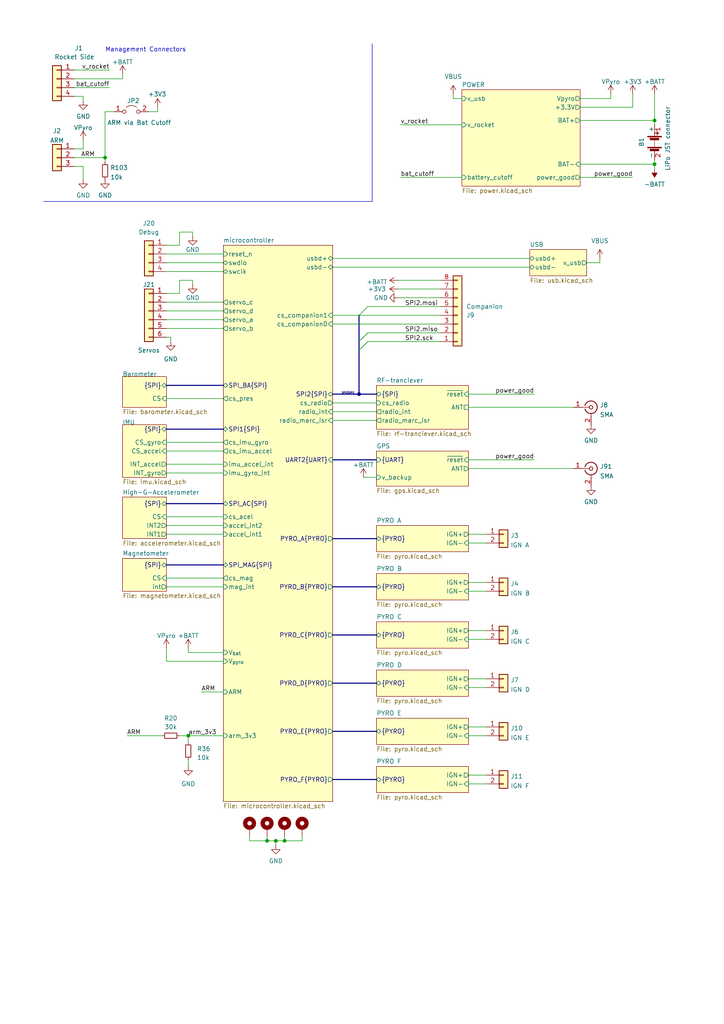
<source format=kicad_sch>
(kicad_sch (version 20231120) (generator "eeschema") (generator_version "8.0")
  (paper "A4" portrait)
  (title_block (title "TeleSTERN Rocketry Flight Computer") (date "2024-07-31") (rev "2.2") (company "Space Team Aachen - STAR Dresden - Hochschule Bremen") (comment 1 "Based on Telemega 5.0 by Altusmetrum") (comment 2 "TAPR Open Hardware License"))
  (lib_symbols
    (symbol "Connector:Conn_Coaxial" (pin_names (offset 1.016) hide)
      (property "Reference" "J" (at 0.254 3.048 0))
      (property "Value" "Conn_Coaxial" (at 2.921 0 90))
      (symbol "Conn_Coaxial_0_1"
        (arc (start -1.778 -0.508) (mid 0.222 -1.808) (end 1.778 0) (stroke (width 0.254)))
        (polyline (pts (xy -2.54 0) (xy -0.508 0)))
        (polyline (pts (xy 0 -2.54) (xy 0 -1.778)))
        (circle (center 0 0) (radius 0.508) (stroke (width 0.2032)))
        (arc (start 1.778 0) (mid 0.222 1.8083) (end -1.778 0.508) (stroke (width 0.254)))
      )
      (symbol "Conn_Coaxial_1_1"
        (pin passive line (at -5.08 0 0) (length 2.54) (name "In") (number "1"))
        (pin passive line (at 0 -5.08 90) (length 2.54) (name "Ext") (number "2"))
      )
    )
    (symbol "Connector_Generic:Conn_01x02" (pin_names (offset 1.016) hide)
      (property "Reference" "J" (at 0 2.54 0))
      (property "Value" "Conn_01x02" (at 0 -5.08 0))
      (symbol "Conn_01x02_1_1"
        (rectangle (start -1.27 -2.413) (end 0 -2.667) (stroke (width 0.1524)))
        (rectangle (start -1.27 0.127) (end 0 -0.127) (stroke (width 0.1524)))
        (rectangle (start -1.27 1.27) (end 1.27 -3.81) (stroke (width 0.254)) (fill (type background)))
        (pin passive line (at -5.08 0 0) (length 3.81) (name "Pin_1") (number "1"))
        (pin passive line (at -5.08 -2.54 0) (length 3.81) (name "Pin_2") (number "2"))
      )
    )
    (symbol "Connector_Generic:Conn_01x03" (pin_names (offset 1.016) hide)
      (property "Reference" "J" (at 0 5.08 0))
      (property "Value" "Conn_01x03" (at 0 -5.08 0))
      (symbol "Conn_01x03_1_1"
        (rectangle (start -1.27 -2.413) (end 0 -2.667) (stroke (width 0.1524)))
        (rectangle (start -1.27 0.127) (end 0 -0.127) (stroke (width 0.1524)))
        (rectangle (start -1.27 2.667) (end 0 2.413) (stroke (width 0.1524)))
        (rectangle (start -1.27 3.81) (end 1.27 -3.81) (stroke (width 0.254)) (fill (type background)))
        (pin passive line (at -5.08 2.54 0) (length 3.81) (name "Pin_1") (number "1"))
        (pin passive line (at -5.08 0 0) (length 3.81) (name "Pin_2") (number "2"))
        (pin passive line (at -5.08 -2.54 0) (length 3.81) (name "Pin_3") (number "3"))
      )
    )
    (symbol "Connector_Generic:Conn_01x04" (pin_names (offset 1.016) hide)
      (property "Reference" "J" (at 0 5.08 0))
      (property "Value" "Conn_01x04" (at 0 -7.62 0))
      (symbol "Conn_01x04_1_1"
        (rectangle (start -1.27 -4.953) (end 0 -5.207) (stroke (width 0.1524)))
        (rectangle (start -1.27 -2.413) (end 0 -2.667) (stroke (width 0.1524)))
        (rectangle (start -1.27 0.127) (end 0 -0.127) (stroke (width 0.1524)))
        (rectangle (start -1.27 2.667) (end 0 2.413) (stroke (width 0.1524)))
        (rectangle (start -1.27 3.81) (end 1.27 -6.35) (stroke (width 0.254)) (fill (type background)))
        (pin passive line (at -5.08 2.54 0) (length 3.81) (name "Pin_1") (number "1"))
        (pin passive line (at -5.08 0 0) (length 3.81) (name "Pin_2") (number "2"))
        (pin passive line (at -5.08 -2.54 0) (length 3.81) (name "Pin_3") (number "3"))
        (pin passive line (at -5.08 -5.08 0) (length 3.81) (name "Pin_4") (number "4"))
      )
    )
    (symbol "Connector_Generic:Conn_01x06" (pin_names (offset 1.016) hide)
      (property "Reference" "J" (at 0 7.62 0))
      (property "Value" "Conn_01x06" (at 0 -10.16 0))
      (symbol "Conn_01x06_1_1"
        (rectangle (start -1.27 -7.493) (end 0 -7.747) (stroke (width 0.1524)))
        (rectangle (start -1.27 -4.953) (end 0 -5.207) (stroke (width 0.1524)))
        (rectangle (start -1.27 -2.413) (end 0 -2.667) (stroke (width 0.1524)))
        (rectangle (start -1.27 0.127) (end 0 -0.127) (stroke (width 0.1524)))
        (rectangle (start -1.27 2.667) (end 0 2.413) (stroke (width 0.1524)))
        (rectangle (start -1.27 5.207) (end 0 4.953) (stroke (width 0.1524)))
        (rectangle (start -1.27 6.35) (end 1.27 -8.89) (stroke (width 0.254)) (fill (type background)))
        (pin passive line (at -5.08 5.08 0) (length 3.81) (name "Pin_1") (number "1"))
        (pin passive line (at -5.08 2.54 0) (length 3.81) (name "Pin_2") (number "2"))
        (pin passive line (at -5.08 0 0) (length 3.81) (name "Pin_3") (number "3"))
        (pin passive line (at -5.08 -2.54 0) (length 3.81) (name "Pin_4") (number "4"))
        (pin passive line (at -5.08 -5.08 0) (length 3.81) (name "Pin_5") (number "5"))
        (pin passive line (at -5.08 -7.62 0) (length 3.81) (name "Pin_6") (number "6"))
      )
    )
    (symbol "Connector_Generic:Conn_01x08" (pin_names (offset 1.016) hide)
      (property "Reference" "J" (at 0 10.16 0))
      (property "Value" "Conn_01x08" (at 0 -12.7 0))
      (symbol "Conn_01x08_1_1"
        (rectangle (start -1.27 -10.033) (end 0 -10.287) (stroke (width 0.1524)))
        (rectangle (start -1.27 -7.493) (end 0 -7.747) (stroke (width 0.1524)))
        (rectangle (start -1.27 -4.953) (end 0 -5.207) (stroke (width 0.1524)))
        (rectangle (start -1.27 -2.413) (end 0 -2.667) (stroke (width 0.1524)))
        (rectangle (start -1.27 0.127) (end 0 -0.127) (stroke (width 0.1524)))
        (rectangle (start -1.27 2.667) (end 0 2.413) (stroke (width 0.1524)))
        (rectangle (start -1.27 5.207) (end 0 4.953) (stroke (width 0.1524)))
        (rectangle (start -1.27 7.747) (end 0 7.493) (stroke (width 0.1524)))
        (rectangle (start -1.27 8.89) (end 1.27 -11.43) (stroke (width 0.254)) (fill (type background)))
        (pin passive line (at -5.08 7.62 0) (length 3.81) (name "Pin_1") (number "1"))
        (pin passive line (at -5.08 5.08 0) (length 3.81) (name "Pin_2") (number "2"))
        (pin passive line (at -5.08 2.54 0) (length 3.81) (name "Pin_3") (number "3"))
        (pin passive line (at -5.08 0 0) (length 3.81) (name "Pin_4") (number "4"))
        (pin passive line (at -5.08 -2.54 0) (length 3.81) (name "Pin_5") (number "5"))
        (pin passive line (at -5.08 -5.08 0) (length 3.81) (name "Pin_6") (number "6"))
        (pin passive line (at -5.08 -7.62 0) (length 3.81) (name "Pin_7") (number "7"))
        (pin passive line (at -5.08 -10.16 0) (length 3.81) (name "Pin_8") (number "8"))
      )
    )
    (symbol "Device:Battery" (pin_names (offset 0))
      (property "Reference" "BT" (at 2.54 2.54 0))
      (property "Value" "Battery" (at 2.54 0 0))
      (symbol "Battery_0_1"
        (rectangle (start -2.032 -1.397) (end 2.032 -1.651) (fill (type outline)))
        (rectangle (start -2.032 1.778) (end 2.032 1.524) (fill (type outline)))
        (rectangle (start -1.3208 -1.9812) (end 1.27 -2.4892) (fill (type outline)))
        (rectangle (start -1.3208 1.1938) (end 1.27 0.6858) (fill (type outline)))
        (polyline (pts (xy 0 -1.524) (xy 0 -1.27)))
        (polyline (pts (xy 0 -1.016) (xy 0 -0.762)))
        (polyline (pts (xy 0 -0.508) (xy 0 -0.254)))
        (polyline (pts (xy 0 0) (xy 0 0.254)))
        (polyline (pts (xy 0 0.508) (xy 0 0.762)))
        (polyline (pts (xy 0 1.778) (xy 0 2.54)))
        (polyline (pts (xy 0.254 2.667) (xy 1.27 2.667)) (stroke (width 0.254)))
        (polyline (pts (xy 0.762 3.175) (xy 0.762 2.159)) (stroke (width 0.254)))
      )
      (symbol "Battery_1_1"
        (pin passive line (at 0 5.08 270) (length 2.54) (name "+") (number "1"))
        (pin passive line (at 0 -5.08 90) (length 2.54) (name "-") (number "2"))
      )
    )
    (symbol "Device:R_Small" (pin_numbers hide) (pin_names (offset 0.254) hide)
      (property "Reference" "R" (at 0.762 0.508 0))
      (property "Value" "R_Small" (at 0.762 -1.016 0))
      (symbol "R_Small_0_1"
        (rectangle (start -0.762 1.778) (end 0.762 -1.778) (stroke (width 0.2032)))
      )
      (symbol "R_Small_1_1"
        (pin passive line (at 0 2.54 270) (length 0.762) (name "~") (number "1"))
        (pin passive line (at 0 -2.54 90) (length 0.762) (name "~") (number "2"))
      )
    )
    (symbol "GND_1" (power) (pin_names (offset 0))
      (property "Value" "GND_1" (at 0 -3.81 0))
      (symbol "GND_1_0_1"
        (polyline (pts (xy 0 0) (xy 0 -1.27) (xy 1.27 -1.27) (xy 0 -2.54) (xy -1.27 -1.27) (xy 0 -1.27)))
      )
      (symbol "GND_1_1_1"
        (pin power_in line (at 0 0 270) (length 0) hide (name "GND") (number "1"))
      )
    )
    (symbol "Jumper:Jumper_2_Open" (pin_names (offset 0) hide)
      (property "Reference" "JP" (at 0 2.794 0))
      (property "Value" "Jumper_2_Open" (at 0 -2.286 0))
      (symbol "Jumper_2_Open_0_0"
        (circle (center -2.032 0) (radius 0.508))
        (circle (center 2.032 0) (radius 0.508))
      )
      (symbol "Jumper_2_Open_0_1"
        (arc (start 1.524 1.27) (mid 0 1.778) (end -1.524 1.27))
      )
      (symbol "Jumper_2_Open_1_1"
        (pin passive line (at -5.08 0 0) (length 2.54) (name "A") (number "1"))
        (pin passive line (at 5.08 0 180) (length 2.54) (name "B") (number "2"))
      )
    )
    (symbol "Mechanical:MountingHole_Pad" (pin_numbers hide) (pin_names (offset 1.016) hide)
      (property "Reference" "H" (at 0 6.35 0))
      (property "Value" "MountingHole_Pad" (at 0 4.445 0))
      (symbol "MountingHole_Pad_0_1"
        (circle (center 0 1.27) (radius 1.27) (stroke (width 1.27)))
      )
      (symbol "MountingHole_Pad_1_1"
        (pin input line (at 0 -2.54 90) (length 2.54) (name "1") (number "1"))
      )
    )
    (symbol "lib-telestern:VPyro" (power) (in_bom no) (on_board no)
      (property "Value" "VPyro" (at 0 2.54 0))
      (symbol "VPyro_0_1"
        (polyline (pts (xy -0.762 0) (xy 0 1.27)))
        (polyline (pts (xy 0 -1.27) (xy 0 1.27)))
        (polyline (pts (xy 0 1.27) (xy 0.762 0)))
      )
      (symbol "VPyro_1_1"
        (pin power_in line (at 0 -1.27 90) (length 2.54) hide (name "VPyro") (number "1"))
      )
    )
    (symbol "power:+3.3V" (power) (pin_names (offset 0))
      (property "Value" "+3.3V" (at 0 3.556 0))
      (symbol "+3.3V_0_1"
        (polyline (pts (xy -0.762 1.27) (xy 0 2.54)))
        (polyline (pts (xy 0 0) (xy 0 2.54)))
        (polyline (pts (xy 0 2.54) (xy 0.762 1.27)))
      )
      (symbol "+3.3V_1_1"
        (pin power_in line (at 0 0 90) (length 0) hide (name "+3V3") (number "1"))
      )
    )
    (symbol "power:+BATT" (power) (pin_names (offset 0))
      (property "Value" "+BATT" (at 0 3.556 0))
      (symbol "+BATT_0_1"
        (polyline (pts (xy -0.762 1.27) (xy 0 2.54)))
        (polyline (pts (xy 0 0) (xy 0 2.54)))
        (polyline (pts (xy 0 2.54) (xy 0.762 1.27)))
      )
      (symbol "+BATT_1_1"
        (pin power_in line (at 0 0 90) (length 0) hide (name "+BATT") (number "1"))
      )
    )
    (symbol "power:-BATT" (power) (pin_names (offset 0))
      (property "Value" "-BATT" (at 0 3.556 0))
      (symbol "-BATT_0_1"
        (polyline (pts (xy 0 0) (xy 0 2.54)))
        (polyline (pts (xy 0.762 1.27) (xy -0.762 1.27) (xy 0 2.54) (xy 0.762 1.27)) (fill (type outline)))
      )
      (symbol "-BATT_1_1"
        (pin power_in line (at 0 0 90) (length 0) hide (name "-BATT") (number "1"))
      )
    )
    (symbol "power:GND" (power) (pin_names (offset 0))
      (property "Value" "GND" (at 0 -3.81 0))
      (symbol "GND_0_1"
        (polyline (pts (xy 0 0) (xy 0 -1.27) (xy 1.27 -1.27) (xy 0 -2.54) (xy -1.27 -1.27) (xy 0 -1.27)))
      )
      (symbol "GND_1_1"
        (pin power_in line (at 0 0 270) (length 0) hide (name "GND") (number "1"))
      )
    )
    (symbol "power:VBUS" (power) (pin_names (offset 0))
      (property "Value" "VBUS" (at 0 3.81 0))
      (symbol "VBUS_0_1"
        (polyline (pts (xy -0.762 1.27) (xy 0 2.54)))
        (polyline (pts (xy 0 0) (xy 0 2.54)))
        (polyline (pts (xy 0 2.54) (xy 0.762 1.27)))
      )
      (symbol "VBUS_1_1"
        (pin power_in line (at 0 0 90) (length 0) hide (name "VBUS") (number "1"))
      )
    )
  )
  (bus_alias "PYRO" (members "arm" "fire" "sense" "cap_voltage" "short"))
  (bus_alias "PYRO-alt" (members "ARM" "FIRE" "SENSE"))
  (bus_alias "SPI" (members "miso" "mosi" "sck"))
  (bus_alias "UART" (members "tx" "rx"))
  (junction (at 77.47 243.84))
  (junction (at 189.865 34.925))
  (junction (at 82.55 243.84))
  (junction (at 54.61 213.36))
  (junction (at 80.01 243.84))
  (junction (at 104.14 114.3))
  (junction (at 189.865 47.625))
  (junction (at 30.48 45.72))
  (bus_entry (at 104.14 101.6) (size 2.54 -2.54))
  (bus_entry (at 104.14 99.06) (size 2.54 -2.54))
  (bus_entry (at 104.14 99.06) (size 2.54 -2.54))
  (bus_entry (at 104.14 101.6) (size 2.54 -2.54))
  (bus_entry (at 104.14 91.44) (size 2.54 -2.54))
  (wire (pts (xy 21.59 27.94) (xy 24.13 27.94)))
  (bus (pts (xy 48.26 163.83) (xy 64.77 163.83)))
  (wire (pts (xy 52.07 81.28) (xy 55.88 81.28)))
  (wire (pts (xy 48.26 90.17) (xy 64.77 90.17)))
  (wire (pts (xy 48.26 191.77) (xy 64.77 191.77)))
  (wire (pts (xy 48.26 137.16) (xy 64.77 137.16)))
  (wire (pts (xy 115.57 81.28) (xy 127.635 81.28)))
  (wire (pts (xy 52.07 71.12) (xy 52.07 67.31)))
  (wire (pts (xy 115.57 83.82) (xy 127.635 83.82)))
  (wire (pts (xy 54.61 189.23) (xy 64.77 189.23)))
  (wire (pts (xy 48.26 73.66) (xy 64.77 73.66)))
  (wire (pts (xy 45.72 32.385) (xy 43.18 32.385)))
  (wire (pts (xy 55.88 67.31) (xy 55.88 68.58)))
  (wire (pts (xy 189.865 47.625) (xy 189.865 48.895)))
  (wire (pts (xy 21.59 22.86) (xy 35.56 22.86)))
  (wire (pts (xy 131.445 28.575) (xy 133.985 28.575)))
  (wire (pts (xy 48.26 95.25) (xy 64.77 95.25)))
  (wire (pts (xy 135.89 118.11) (xy 166.37 118.11)))
  (wire (pts (xy 24.13 27.94) (xy 24.13 29.21)))
  (wire (pts (xy 116.205 36.195) (xy 133.985 36.195)))
  (wire (pts (xy 30.48 32.385) (xy 30.48 45.72)))
  (wire (pts (xy 135.89 133.35) (xy 154.94 133.35)))
  (wire (pts (xy 54.61 213.36) (xy 64.77 213.36)))
  (wire (pts (xy 33.02 32.385) (xy 30.48 32.385)))
  (wire (pts (xy 135.89 114.3) (xy 154.94 114.3)))
  (wire (pts (xy 52.07 67.31) (xy 55.88 67.31)))
  (wire (pts (xy 52.07 85.09) (xy 52.07 81.28)))
  (wire (pts (xy 115.57 86.36) (xy 127.635 86.36)))
  (bus (pts (xy 104.14 91.44) (xy 104.14 99.06)))
  (wire (pts (xy 45.72 31.115) (xy 45.72 32.385)))
  (wire (pts (xy 96.52 119.38) (xy 109.22 119.38)))
  (bus (pts (xy 96.52 156.21) (xy 109.22 156.21)))
  (wire (pts (xy 135.89 157.48) (xy 140.97 157.48)))
  (wire (pts (xy 131.445 27.305) (xy 131.445 28.575)))
  (wire (pts (xy 96.52 93.98) (xy 127.635 93.98)))
  (bus (pts (xy 48.26 124.46) (xy 64.77 124.46)))
  (wire (pts (xy 96.52 116.84) (xy 109.22 116.84)))
  (wire (pts (xy 170.18 76.2) (xy 173.99 76.2)))
  (wire (pts (xy 135.89 171.45) (xy 140.97 171.45)))
  (wire (pts (xy 135.89 210.82) (xy 140.97 210.82)))
  (wire (pts (xy 48.26 154.94) (xy 64.77 154.94)))
  (wire (pts (xy 30.48 45.72) (xy 30.48 46.99)))
  (wire (pts (xy 135.89 227.33) (xy 140.97 227.33)))
  (wire (pts (xy 58.42 200.66) (xy 64.77 200.66)))
  (wire (pts (xy 48.26 152.4) (xy 64.77 152.4)))
  (wire (pts (xy 153.67 74.93) (xy 96.52 74.93)))
  (bus (pts (xy 96.52 212.09) (xy 109.22 212.09)))
  (wire (pts (xy 189.865 36.195) (xy 189.865 34.925)))
  (wire (pts (xy 31.75 20.32) (xy 21.59 20.32)))
  (wire (pts (xy 72.39 243.84) (xy 77.47 243.84)))
  (wire (pts (xy 173.99 74.93) (xy 173.99 76.2)))
  (bus (pts (xy 96.52 170.18) (xy 109.22 170.18)))
  (wire (pts (xy 21.59 25.4) (xy 31.75 25.4)))
  (bus (pts (xy 96.52 114.3) (xy 104.14 114.3)))
  (wire (pts (xy 48.26 78.74) (xy 64.77 78.74)))
  (wire (pts (xy 168.275 31.115) (xy 183.515 31.115)))
  (wire (pts (xy 77.47 243.84) (xy 80.01 243.84)))
  (wire (pts (xy 36.83 213.36) (xy 46.99 213.36)))
  (wire (pts (xy 48.26 92.71) (xy 64.77 92.71)))
  (wire (pts (xy 168.275 34.925) (xy 189.865 34.925)))
  (wire (pts (xy 82.55 242.57) (xy 82.55 243.84)))
  (bus (pts (xy 104.14 114.3) (xy 109.22 114.3)))
  (wire (pts (xy 54.61 220.345) (xy 54.61 222.25)))
  (wire (pts (xy 135.89 196.85) (xy 140.97 196.85)))
  (wire (pts (xy 135.89 154.94) (xy 140.97 154.94)))
  (wire (pts (xy 96.52 91.44) (xy 104.14 91.44)))
  (wire (pts (xy 24.13 40.64) (xy 24.13 43.18)))
  (wire (pts (xy 153.67 77.47) (xy 96.52 77.47)))
  (wire (pts (xy 48.26 187.96) (xy 48.26 191.77)))
  (wire (pts (xy 177.165 27.305) (xy 177.165 28.575)))
  (polyline (pts (xy 107.95 12.7) (xy 107.95 58.42)))
  (bus (pts (xy 104.14 101.6) (xy 104.14 114.3)))
  (wire (pts (xy 168.275 51.435) (xy 183.515 51.435)))
  (wire (pts (xy 189.865 34.925) (xy 189.865 27.305)))
  (wire (pts (xy 116.205 51.435) (xy 133.985 51.435)))
  (wire (pts (xy 48.26 71.12) (xy 52.07 71.12)))
  (wire (pts (xy 135.89 199.39) (xy 140.97 199.39)))
  (wire (pts (xy 80.01 243.84) (xy 82.55 243.84)))
  (wire (pts (xy 52.07 213.36) (xy 54.61 213.36)))
  (bus (pts (xy 96.52 184.15) (xy 109.22 184.15)))
  (wire (pts (xy 82.55 243.84) (xy 87.63 243.84)))
  (wire (pts (xy 96.52 121.92) (xy 109.22 121.92)))
  (wire (pts (xy 87.63 243.84) (xy 87.63 242.57)))
  (bus (pts (xy 48.26 146.05) (xy 64.77 146.05)))
  (wire (pts (xy 48.26 115.57) (xy 64.77 115.57)))
  (wire (pts (xy 72.39 242.57) (xy 72.39 243.84)))
  (wire (pts (xy 80.01 243.84) (xy 80.01 245.11)))
  (wire (pts (xy 24.13 43.18) (xy 21.59 43.18)))
  (wire (pts (xy 48.26 170.18) (xy 64.77 170.18)))
  (wire (pts (xy 135.89 185.42) (xy 140.97 185.42)))
  (wire (pts (xy 48.26 128.27) (xy 64.77 128.27)))
  (wire (pts (xy 54.61 213.36) (xy 54.61 215.265)))
  (wire (pts (xy 106.68 99.06) (xy 127.635 99.06)))
  (wire (pts (xy 105.41 138.43) (xy 109.22 138.43)))
  (wire (pts (xy 135.89 213.36) (xy 140.97 213.36)))
  (wire (pts (xy 183.515 27.305) (xy 183.515 31.115)))
  (wire (pts (xy 48.26 130.81) (xy 64.77 130.81)))
  (bus (pts (xy 96.52 133.35) (xy 109.22 133.35)))
  (wire (pts (xy 49.53 97.79) (xy 49.53 99.06)))
  (wire (pts (xy 189.865 46.355) (xy 189.865 47.625)))
  (wire (pts (xy 48.26 97.79) (xy 49.53 97.79)))
  (wire (pts (xy 35.56 21.59) (xy 35.56 22.86)))
  (wire (pts (xy 48.26 149.86) (xy 64.77 149.86)))
  (polyline (pts (xy 12.7 58.42) (xy 107.95 58.42)))
  (wire (pts (xy 48.26 85.09) (xy 52.07 85.09)))
  (wire (pts (xy 55.88 81.28) (xy 55.88 82.55)))
  (wire (pts (xy 48.26 167.64) (xy 64.77 167.64)))
  (bus (pts (xy 96.52 226.06) (xy 109.22 226.06)))
  (wire (pts (xy 21.59 48.26) (xy 24.13 48.26)))
  (wire (pts (xy 48.26 87.63) (xy 64.77 87.63)))
  (wire (pts (xy 54.61 187.96) (xy 54.61 189.23)))
  (bus (pts (xy 96.52 198.12) (xy 109.22 198.12)))
  (wire (pts (xy 106.68 88.9) (xy 127.635 88.9)))
  (wire (pts (xy 104.14 91.44) (xy 127.635 91.44)))
  (wire (pts (xy 135.89 168.91) (xy 140.97 168.91)))
  (wire (pts (xy 48.26 134.62) (xy 64.77 134.62)))
  (wire (pts (xy 135.89 224.79) (xy 140.97 224.79)))
  (wire (pts (xy 135.89 182.88) (xy 140.97 182.88)))
  (wire (pts (xy 77.47 242.57) (xy 77.47 243.84)))
  (wire (pts (xy 135.89 135.89) (xy 166.37 135.89)))
  (wire (pts (xy 106.68 96.52) (xy 127.635 96.52)))
  (bus (pts (xy 104.14 99.06) (xy 104.14 101.6)))
  (wire (pts (xy 48.26 76.2) (xy 64.77 76.2)))
  (wire (pts (xy 21.59 45.72) (xy 30.48 45.72)))
  (bus (pts (xy 48.26 111.76) (xy 64.77 111.76)))
  (wire (pts (xy 168.275 47.625) (xy 189.865 47.625)))
  (wire (pts (xy 24.13 48.26) (xy 24.13 52.07)))
  (wire (pts (xy 168.275 28.575) (xy 177.165 28.575)))
  (text "Management Connectors" (at 30.48 15.24 0) (effects (font (size 1.27 1.27)) (justify left bottom)))
  (label "SPI2.miso" (at 117.475 96.52 0))
  (label "v_rocket" (at 31.75 20.32 180))
  (label "SPI2.sck" (at 117.475 99.06 0))
  (label "power_good" (at 154.94 133.35 180))
  (label "SPI2.mosi" (at 117.475 88.9 0))
  (label "bat_cutoff" (at 116.205 51.435 0))
  (label "power_good" (at 183.515 51.435 180))
  (label "ARM" (at 58.42 200.66 0))
  (label "ARM" (at 23.495 45.72 0))
  (label "arm_3v3" (at 54.61 213.36 0))
  (label "bat_cutoff" (at 31.75 25.4 180))
  (label "v_rocket" (at 116.205 36.195 0))
  (label "SPI2{SPI}" (at 99.06 114.3 0) (effects (font (size 0.508 0.508))))
  (label "ARM" (at 36.83 213.36 0))
  (label "power_good" (at 154.94 114.3 180))
  (symbol (lib_id "power:GND") (at 171.45 123.19 0) (unit 1)
    (property "Reference" "#PWR0110" (effects (hide yes)))
    (property "Value" "GND" (at 171.45 127.7525 0))
  )
  (symbol (lib_id "Connector_Generic:Conn_01x04") (at 16.51 22.86 0) (mirror y) (unit 1)
    (property "Reference" "J1" (at 22.86 13.97 0))
    (property "Value" "Rocket Side" (at 21.59 16.51 0))
    (property "Footprint" "lib-telestern:Molex_Nano-Fit_105313-xx04_1x04_P2.50mm_Horizontal" (effects (hide yes)))
    (property "MPN" "105313-1104" (effects (hide yes)))
  )
  (symbol (lib_id "Connector:Conn_Coaxial") (at 171.45 118.11 0) (unit 1)
    (property "Reference" "J8" (at 173.99 117.4947 0) (effects (justify left)))
    (property "Value" "SMA" (at 173.99 120.2698 0) (effects (justify left)))
    (property "Footprint" "lib-telestern:SMA_Molex_73251-2120_EdgeMount_Horizontal" (effects (hide yes)))
    (property "Datasheet" " ~" (effects (hide yes)))
    (property "MPN" "73251-2120" (effects (hide yes)))
  )
  (symbol (lib_id "power:+3.3V") (at 115.57 83.82 90) (unit 1)
    (property "Reference" "#PWR042" (effects (hide yes)))
    (property "Value" "+3V3" (at 106.68 83.82 90) (effects (justify right)))
  )
  (symbol (lib_id "Jumper:Jumper_2_Open") (at 38.1 32.385 0) (unit 1)
    (property "Reference" "JP2" (at 36.83 29.21 0) (effects (justify left)))
    (property "Value" "ARM via Bat Cutoff" (at 31.115 35.56 0) (effects (justify left)))
    (property "Footprint" "lib-telestern:SolderJumper-2_P1.3mm_Open_Pad1.0x1.5mm" (effects (hide yes)))
  )
  (symbol (lib_id "power:+BATT") (at 105.41 138.43 0) (unit 1)
    (property "Reference" "#PWR0171" (effects (hide yes)))
    (property "Value" "+BATT" (at 105.41 134.8255 0))
  )
  (symbol (lib_id "Mechanical:MountingHole_Pad") (at 87.63 240.03 0) (unit 1)
    (property "Reference" "H4" (effects (hide yes)))
    (property "Value" "MountingHole_Pad" (effects (hide yes)))
    (property "Footprint" "lib-telestern:MountingHole_3.2mm_M3_DIN965_Pad" (effects (hide yes)))
    (property "note" "Checked" (effects (hide yes)))
  )
  (symbol (lib_id "lib-telestern:VPyro") (at 24.13 39.37 0) (unit 1) (in_bom no) (on_board no)
    (property "Reference" "#PWR095" (effects (hide yes)))
    (property "Value" "VPyro" (at 24.13 37.0355 0))
  )
  (symbol (lib_id "Mechanical:MountingHole_Pad") (at 82.55 240.03 0) (unit 1)
    (property "Reference" "H3" (effects (hide yes)))
    (property "Value" "MountingHole_Pad" (effects (hide yes)))
    (property "Footprint" "lib-telestern:MountingHole_3.2mm_M3_DIN965_Pad" (effects (hide yes)))
    (property "note" "Checked" (effects (hide yes)))
  )
  (symbol (lib_id "Connector_Generic:Conn_01x06") (at 43.18 90.17 0) (mirror y) (unit 1)
    (property "Reference" "J21" (at 43.18 82.55 0))
    (property "Value" "Servos" (at 43.18 101.6 0))
    (property "Footprint" "Connector_Molex:Molex_Nano-Fit_105310-xx06_2x03_P2.50mm_Vertical" (effects (hide yes)))
    (property "MPN" "538-105310-1206" (effects (hide yes)))
  )
  (symbol (lib_id "Device:R_Small") (at 30.48 49.53 0) (unit 1)
    (property "Reference" "R103" (at 31.9786 48.6215 0) (effects (justify left)))
    (property "Value" "10k" (at 31.9786 51.3966 0) (effects (justify left)))
    (property "Footprint" "lib-telestern:R_0402_1005Metric" (effects (hide yes)))
    (property "MPN" "CRGP0402F10K" (effects (hide yes)))
  )
  (symbol (lib_id "Device:R_Small") (at 49.53 213.36 90) (unit 1)
    (property "Reference" "R20" (at 49.53 208.28 90))
    (property "Value" "30k" (at 49.53 210.82 90))
    (property "Footprint" "lib-telestern:R_0402_1005Metric" (effects (hide yes)))
    (property "MPN" "RC0402FR-0760K4L" (effects (hide yes)))
  )
  (symbol (lib_id "power:GND") (at 55.88 68.58 0) (unit 1)
    (property "Reference" "#PWR0105" (effects (hide yes)))
    (property "Value" "GND" (at 55.88 72.39 0))
  )
  (symbol (lib_id "Connector_Generic:Conn_01x02") (at 146.05 168.91 0) (unit 1)
    (property "Reference" "J4" (at 148.082 169.2715 0) (effects (justify left)))
    (property "Value" "IGN B" (at 148.082 172.0466 0) (effects (justify left)))
    (property "Footprint" "lib-telestern:Molex_Nano-Fit_105313-xx02_1x02_P2.50mm_Horizontal" (effects (hide yes)))
    (property "MPN" "105313-1102" (effects (hide yes)))
  )
  (symbol (lib_id "Connector_Generic:Conn_01x02") (at 146.05 196.85 0) (unit 1)
    (property "Reference" "J7" (at 148.082 197.2115 0) (effects (justify left)))
    (property "Value" "IGN D" (at 148.082 199.9866 0) (effects (justify left)))
    (property "Footprint" "lib-telestern:Molex_Nano-Fit_105313-xx02_1x02_P2.50mm_Horizontal" (effects (hide yes)))
    (property "MPN" "105313-1102" (effects (hide yes)))
  )
  (symbol (lib_id "Connector_Generic:Conn_01x04") (at 43.18 73.66 0) (mirror y) (unit 1)
    (property "Reference" "J20" (at 43.18 64.77 0))
    (property "Value" "Debug" (at 43.18 67.31 0))
    (property "Footprint" "lib-telestern:PinHeader_1x04_P2.54mm_Vertical" (effects (hide yes)))
  )
  (symbol (lib_id "Mechanical:MountingHole_Pad") (at 72.39 240.03 0) (unit 1)
    (property "Reference" "H1" (effects (hide yes)))
    (property "Value" "MountingHole_Pad" (effects (hide yes)))
    (property "Footprint" "lib-telestern:MountingHole_3.2mm_M3_DIN965_Pad" (effects (hide yes)))
    (property "note" "Checked" (effects (hide yes)))
  )
  (symbol (lib_id "Connector_Generic:Conn_01x02") (at 146.05 224.79 0) (unit 1)
    (property "Reference" "J11" (at 148.082 225.1515 0) (effects (justify left)))
    (property "Value" "IGN F" (at 148.082 227.9266 0) (effects (justify left)))
    (property "Footprint" "lib-telestern:Molex_Nano-Fit_105313-xx02_1x02_P2.50mm_Horizontal" (effects (hide yes)))
    (property "MPN" "105313-1102" (effects (hide yes)))
  )
  (symbol (lib_id "power:GND") (at 30.48 52.07 0) (unit 1)
    (property "Reference" "#PWR0170" (effects (hide yes)))
    (property "Value" "GND" (at 30.48 56.6325 0))
  )
  (symbol (lib_id "lib-telestern:VPyro") (at 177.165 26.035 0) (unit 1) (in_bom no) (on_board no)
    (property "Reference" "#PWR015" (effects (hide yes)))
    (property "Value" "VPyro" (at 177.165 23.7005 0))
  )
  (symbol (lib_id "power:+3.3V") (at 45.72 31.115 0) (unit 1)
    (property "Reference" "#PWR0231" (effects (hide yes)))
    (property "Value" "+3V3" (at 48.26 27.305 0) (effects (justify right)))
  )
  (symbol (lib_id "power:GND") (at 49.53 99.06 0) (unit 1)
    (property "Reference" "#PWR0107" (effects (hide yes)))
    (property "Value" "GND" (at 49.53 104.14 0))
  )
  (symbol (lib_id "power:GND") (at 55.88 82.55 0) (unit 1)
    (property "Reference" "#PWR0106" (effects (hide yes)))
    (property "Value" "GND" (at 55.88 86.36 0))
  )
  (symbol (lib_id "Connector_Generic:Conn_01x08") (at 132.715 91.44 0) (mirror x) (unit 1)
    (property "Reference" "J9" (at 135.255 91.4401 0) (effects (justify left)))
    (property "Value" "Companion" (at 135.255 88.9001 0) (effects (justify left)))
    (property "Footprint" "Connector_Molex:Molex_Nano-Fit_105310-xx08_2x04_P2.50mm_Vertical" (effects (hide yes)))
    (property "MPN" "538-105310-1208" (effects (hide yes)))
  )
  (symbol (lib_id "Mechanical:MountingHole_Pad") (at 77.47 240.03 0) (unit 1)
    (property "Reference" "H2" (effects (hide yes)))
    (property "Value" "MountingHole_Pad" (effects (hide yes)))
    (property "Footprint" "lib-telestern:MountingHole_3.2mm_M3_DIN965_Pad" (effects (hide yes)))
    (property "note" "Checked" (effects (hide yes)))
  )
  (symbol (lib_id "power:+BATT") (at 189.865 27.305 0) (unit 1)
    (property "Reference" "#PWR0165" (effects (hide yes)))
    (property "Value" "+BATT" (at 189.865 23.7005 0))
  )
  (symbol (lib_id "power:+BATT") (at 35.56 21.59 0) (unit 1)
    (property "Reference" "#PWR0164" (effects (hide yes)))
    (property "Value" "+BATT" (at 35.56 17.9855 0))
  )
  (symbol (lib_id "Device:Battery") (at 189.865 41.275 0) (unit 1)
    (property "Reference" "B1" (at 186.055 42.545 90) (effects (justify left)))
    (property "Value" "LiPo JST connector" (at 193.675 49.53 90) (effects (justify left)))
    (property "Footprint" "lib-telestern:TE_JST_1x2pin" (effects (hide yes)))
    (property "MPN" "440054-2" (effects (hide yes)))
    (property "note" "Checked" (effects (hide yes)))
  )
  (symbol (lib_id "Connector_Generic:Conn_01x02") (at 146.05 182.88 0) (unit 1)
    (property "Reference" "J6" (at 148.082 183.2415 0) (effects (justify left)))
    (property "Value" "IGN C" (at 148.082 186.0166 0) (effects (justify left)))
    (property "Footprint" "lib-telestern:Molex_Nano-Fit_105313-xx02_1x02_P2.50mm_Horizontal" (effects (hide yes)))
    (property "MPN" "105313-1102" (effects (hide yes)))
  )
  (symbol (lib_id "Device:R_Small") (at 54.61 217.805 0) (unit 1)
    (property "Reference" "R36" (at 57.15 217.17 0) (effects (justify left)))
    (property "Value" "10k" (at 57.15 219.71 0) (effects (justify left)))
    (property "Footprint" "lib-telestern:R_0402_1005Metric" (effects (hide yes)))
    (property "MPN" "CRGP0402F10K" (effects (hide yes)))
  )
  (symbol (lib_id "power:-BATT") (at 189.865 48.895 180) (unit 1)
    (property "Reference" "#PWR0166" (effects (hide yes)))
    (property "Value" "-BATT" (at 189.865 53.4575 0))
  )
  (symbol (lib_id "lib-telestern:VPyro") (at 48.26 186.69 0) (unit 1) (in_bom no) (on_board no)
    (property "Reference" "#PWR097" (effects (hide yes)))
    (property "Value" "VPyro" (at 48.26 184.3555 0))
  )
  (symbol (lib_id "Connector_Generic:Conn_01x03") (at 16.51 45.72 0) (mirror y) (unit 1)
    (property "Reference" "J2" (at 16.51 37.9435 0))
    (property "Value" "ARM" (at 16.51 40.7186 0))
    (property "Footprint" "lib-telestern:Molex_Nano-Fit_105313-xx03_1x03_P2.50mm_Horizontal" (effects (hide yes)))
    (property "MPN" "105313-1103" (effects (hide yes)))
  )
  (symbol (lib_id "power:+BATT") (at 115.57 81.28 90) (unit 1)
    (property "Reference" "#PWR0172" (effects (hide yes)))
    (property "Value" "+BATT" (at 112.395 81.759 90) (effects (justify left)))
  )
  (symbol (lib_id "power:VBUS") (at 173.99 74.93 0) (unit 1)
    (property "Reference" "#PWR099" (effects (hide yes)))
    (property "Value" "VBUS" (at 171.45 69.85 0) (effects (justify left)))
  )
  (symbol (lib_id "power:GND") (at 80.01 245.11 0) (unit 1)
    (property "Reference" "#PWR0101" (effects (hide yes)))
    (property "Value" "GND" (at 80.01 249.6725 0))
  )
  (symbol (lib_id "Connector:Conn_Coaxial") (at 171.45 135.89 0) (unit 1)
    (property "Reference" "J91" (at 173.99 135.2747 0) (effects (justify left)))
    (property "Value" "SMA" (at 173.99 138.0498 0) (effects (justify left)))
    (property "Footprint" "lib-telestern:SMA_Molex_73251-2120_EdgeMount_Horizontal" (effects (hide yes)))
    (property "Datasheet" " ~" (effects (hide yes)))
    (property "MPN" "73251-2120" (effects (hide yes)))
  )
  (symbol (lib_id "Connector_Generic:Conn_01x02") (at 146.05 210.82 0) (unit 1)
    (property "Reference" "J10" (at 148.082 211.1815 0) (effects (justify left)))
    (property "Value" "IGN E" (at 148.082 213.9566 0) (effects (justify left)))
    (property "Footprint" "lib-telestern:Molex_Nano-Fit_105313-xx02_1x02_P2.50mm_Horizontal" (effects (hide yes)))
    (property "MPN" "105313-1102" (effects (hide yes)))
  )
  (symbol (lib_name "GND_1") (lib_id "power:GND") (at 54.61 222.25 0) (unit 1)
    (property "Reference" "#PWR0232" (effects (hide yes)))
    (property "Value" "GND" (at 54.61 227.33 0))
  )
  (symbol (lib_id "power:VBUS") (at 131.445 27.305 0) (unit 1)
    (property "Reference" "#PWR098" (effects (hide yes)))
    (property "Value" "VBUS" (at 128.905 22.225 0) (effects (justify left)))
  )
  (symbol (lib_id "power:GND") (at 171.45 140.97 0) (unit 1)
    (property "Reference" "#PWR01" (effects (hide yes)))
    (property "Value" "GND" (at 171.45 145.5325 0))
  )
  (symbol (lib_id "Connector_Generic:Conn_01x02") (at 146.05 154.94 0) (unit 1)
    (property "Reference" "J3" (at 148.082 155.3015 0) (effects (justify left)))
    (property "Value" "IGN A" (at 148.082 158.0766 0) (effects (justify left)))
    (property "Footprint" "lib-telestern:Molex_Nano-Fit_105313-xx02_1x02_P2.50mm_Horizontal" (effects (hide yes)))
    (property "MPN" "105313-1102" (effects (hide yes)))
  )
  (symbol (lib_id "power:+3.3V") (at 183.515 27.305 0) (unit 1)
    (property "Reference" "#PWR052" (effects (hide yes)))
    (property "Value" "+3V3" (at 183.515 23.7005 0))
  )
  (symbol (lib_id "power:+BATT") (at 54.61 187.96 0) (unit 1)
    (property "Reference" "#PWR0167" (effects (hide yes)))
    (property "Value" "+BATT" (at 54.61 184.3555 0))
  )
  (symbol (lib_id "power:GND") (at 24.13 29.21 0) (unit 1)
    (property "Reference" "#PWR094" (effects (hide yes)))
    (property "Value" "GND" (at 24.13 33.7725 0))
  )
  (symbol (lib_id "power:GND") (at 24.13 52.07 0) (unit 1)
    (property "Reference" "#PWR096" (effects (hide yes)))
    (property "Value" "GND" (at 24.13 56.6325 0))
  )
  (symbol (lib_id "power:GND") (at 115.57 86.36 270) (mirror x) (unit 1)
    (property "Reference" "#PWR0111" (effects (hide yes)))
    (property "Value" "GND" (at 110.49 86.36 90))
  )
  (sheet (at 64.77 71.12) (size 31.75 161.29) (stroke (width 0.1524)) (fill (color 255 255 194 1.0000))
    (property "Sheetname" "microcontroller" (at 64.77 70.4084 0) (effects (justify left bottom)))
    (property "Sheetfile" "microcontroller.kicad_sch" (at 64.77 232.9946 0) (effects (justify left top)))
    (pin "servo_b" output (at 64.77 95.25 180))
    (pin "servo_d" output (at 64.77 90.17 180))
    (pin "servo_c" output (at 64.77 87.63 180))
    (pin "servo_a" output (at 64.77 92.71 180))
    (pin "cs_radio" output (at 96.52 116.84 0))
    (pin "usbd+" bidirectional (at 96.52 74.93 0))
    (pin "usbd-" bidirectional (at 96.52 77.47 0))
    (pin "SPI2{SPI}" bidirectional (at 96.52 114.3 0))
    (pin "radio_marc_isr" input (at 96.52 121.92 0))
    (pin "radio_int" input (at 96.52 119.38 0))
    (pin "swdio" bidirectional (at 64.77 76.2 180))
    (pin "swclk" bidirectional (at 64.77 78.74 180))
    (pin "SPI_AC{SPI}" bidirectional (at 64.77 146.05 180))
    (pin "reset_n" input (at 64.77 73.66 180))
    (pin "cs_companion1" input (at 96.52 91.44 0))
    (pin "cs_companion0" input (at 96.52 93.98 0))
    (pin "UART2{UART}" input (at 96.52 133.35 0))
    (pin "imu_accel_int" input (at 64.77 134.62 180))
    (pin "imu_gyro_int" input (at 64.77 137.16 180))
    (pin "SPI1{SPI}" bidirectional (at 64.77 124.46 180))
    (pin "cs_imu_gyro" output (at 64.77 128.27 180))
    (pin "cs_imu_accel" output (at 64.77 130.81 180))
    (pin "SPI_MAG{SPI}" bidirectional (at 64.77 163.83 180))
    (pin "cs_acel" input (at 64.77 149.86 180))
    (pin "cs_pres" output (at 64.77 115.57 180))
    (pin "SPI_BA{SPI}" bidirectional (at 64.77 111.76 180))
    (pin "mag_int" input (at 64.77 170.18 180))
    (pin "cs_mag" output (at 64.77 167.64 180))
    (pin "V_{bat}" input (at 64.77 189.23 180))
    (pin "V_{pyro}" input (at 64.77 191.77 180))
    (pin "PYRO_A{PYRO}" output (at 96.52 156.21 0))
    (pin "PYRO_B{PYRO}" output (at 96.52 170.18 0))
    (pin "PYRO_C{PYRO}" output (at 96.52 184.15 0))
    (pin "PYRO_D{PYRO}" output (at 96.52 198.12 0))
    (pin "PYRO_E{PYRO}" output (at 96.52 212.09 0))
    (pin "PYRO_F{PYRO}" output (at 96.52 226.06 0))
    (pin "arm_3v3" input (at 64.77 213.36 180))
    (pin "accel_int1" input (at 64.77 154.94 180))
    (pin "accel_int2" input (at 64.77 152.4 180))
    (pin "ARM" input (at 64.77 200.66 180))
  )
  (sheet (at 35.56 123.19) (size 12.7 15.24) (stroke (width 0.1524)) (fill (color 255 255 194 1.0000))
    (property "Sheetname" "IMU" (at 35.56 123.19 0) (effects (justify left bottom)))
    (property "Sheetfile" "imu.kicad_sch" (at 35.56 139.0146 0) (effects (justify left top)))
    (pin "{SPI}" bidirectional (at 48.26 124.46 0))
    (pin "INT_gyro" output (at 48.26 137.16 0))
    (pin "INT_accel" output (at 48.26 134.62 0))
    (pin "CS_accel" input (at 48.26 130.81 0))
    (pin "CS_gyro" input (at 48.26 128.27 0))
  )
  (sheet (at 109.22 208.28) (size 26.67 7.62) (stroke (width 0.1524)) (fill (color 255 255 194 1.0000))
    (property "Sheetname" "PYRO E" (at 109.22 207.5684 0) (effects (justify left bottom)))
    (property "Sheetfile" "pyro.kicad_sch" (at 109.22 216.4846 0) (effects (justify left top)))
    (pin "IGN+" output (at 135.89 210.82 0))
    (pin "IGN-" input (at 135.89 213.36 0))
    (pin "{PYRO}" bidirectional (at 109.22 212.09 180))
  )
  (sheet (at 109.22 152.4) (size 26.67 7.62) (stroke (width 0.1524)) (fill (color 255 255 194 1.0000))
    (property "Sheetname" "PYRO A" (at 109.22 151.6884 0) (effects (justify left bottom)))
    (property "Sheetfile" "pyro.kicad_sch" (at 109.22 160.6046 0) (effects (justify left top)))
    (pin "IGN+" output (at 135.89 154.94 0))
    (pin "IGN-" input (at 135.89 157.48 0))
    (pin "{PYRO}" bidirectional (at 109.22 156.21 180))
  )
  (sheet (at 109.22 194.31) (size 26.67 7.62) (stroke (width 0.1524)) (fill (color 255 255 194 1.0000))
    (property "Sheetname" "PYRO D" (at 109.22 193.5984 0) (effects (justify left bottom)))
    (property "Sheetfile" "pyro.kicad_sch" (at 109.22 202.5146 0) (effects (justify left top)))
    (pin "IGN+" output (at 135.89 196.85 0))
    (pin "IGN-" input (at 135.89 199.39 0))
    (pin "{PYRO}" bidirectional (at 109.22 198.12 180))
  )
  (sheet (at 109.22 111.76) (size 26.67 12.7) (stroke (width 0.1524)) (fill (color 255 255 194 1.0000))
    (property "Sheetname" "RF-tranciever" (at 109.22 111.0484 0) (effects (justify left bottom)))
    (property "Sheetfile" "rf-tranciever.kicad_sch" (at 109.22 125.0446 0) (effects (justify left top)))
    (pin "~{reset}" input (at 135.89 114.3 0))
    (pin "cs_radio" input (at 109.22 116.84 180))
    (pin "{SPI}" bidirectional (at 109.22 114.3 180))
    (pin "radio_int" output (at 109.22 119.38 180))
    (pin "radio_marc_isr" output (at 109.22 121.92 180))
    (pin "ANT" passive (at 135.89 118.11 0))
  )
  (sheet (at 35.56 144.145) (size 12.7 12.065) (stroke (width 0.1524)) (fill (color 255 255 194 1.0000))
    (property "Sheetname" "High-G-Accelerometer" (at 35.56 143.51 0) (effects (justify left bottom)))
    (property "Sheetfile" "accelerometer.kicad_sch" (at 35.56 156.7946 0) (effects (justify left top)))
    (pin "{SPI}" bidirectional (at 48.26 146.05 0))
    (pin "CS" input (at 48.26 149.86 0))
    (pin "INT2" output (at 48.26 152.4 0))
    (pin "INT1" output (at 48.26 154.94 0))
  )
  (sheet (at 133.985 26.035) (size 34.29 27.94) (stroke (width 0.1524)) (fill (color 255 255 194 1.0000))
    (property "Sheetname" "POWER" (at 133.985 25.3234 0) (effects (justify left bottom)))
    (property "Sheetfile" "power.kicad_sch" (at 133.985 54.5596 0) (effects (justify left top)))
    (pin "power_good" output (at 168.275 51.435 0))
    (pin "+3.3V" output (at 168.275 31.115 0))
    (pin "BAT-" input (at 168.275 47.625 0))
    (pin "BAT+" output (at 168.275 34.925 0))
    (pin "Vpyro" output (at 168.275 28.575 0))
    (pin "battery_cutoff" input (at 133.985 51.435 180))
    (pin "v_usb" input (at 133.985 28.575 180))
    (pin "v_rocket" input (at 133.985 36.195 180))
  )
  (sheet (at 109.22 130.81) (size 26.67 10.16) (stroke (width 0.1524)) (fill (color 255 255 194 1.0000))
    (property "Sheetname" "GPS" (at 109.22 130.0984 0) (effects (justify left bottom)))
    (property "Sheetfile" "gps.kicad_sch" (at 109.22 141.5546 0) (effects (justify left top)))
    (pin "{UART}" input (at 109.22 133.35 180))
    (pin "~{reset}" input (at 135.89 133.35 0))
    (pin "ANT" output (at 135.89 135.89 0))
    (pin "v_backup" input (at 109.22 138.43 180))
  )
  (sheet (at 109.22 180.34) (size 26.67 7.62) (stroke (width 0.1524)) (fill (color 255 255 194 1.0000))
    (property "Sheetname" "PYRO C" (at 109.22 179.6284 0) (effects (justify left bottom)))
    (property "Sheetfile" "pyro.kicad_sch" (at 109.22 188.5446 0) (effects (justify left top)))
    (pin "IGN+" output (at 135.89 182.88 0))
    (pin "IGN-" input (at 135.89 185.42 0))
    (pin "{PYRO}" bidirectional (at 109.22 184.15 180))
  )
  (sheet (at 109.22 222.25) (size 26.67 7.62) (stroke (width 0.1524)) (fill (color 255 255 194 1.0000))
    (property "Sheetname" "PYRO F" (at 109.22 221.5384 0) (effects (justify left bottom)))
    (property "Sheetfile" "pyro.kicad_sch" (at 109.22 230.4546 0) (effects (justify left top)))
    (pin "IGN+" output (at 135.89 224.79 0))
    (pin "IGN-" input (at 135.89 227.33 0))
    (pin "{PYRO}" bidirectional (at 109.22 226.06 180))
  )
  (sheet (at 109.22 166.37) (size 26.67 7.62) (stroke (width 0.1524)) (fill (color 255 255 194 1.0000))
    (property "Sheetname" "PYRO B" (at 109.22 165.6584 0) (effects (justify left bottom)))
    (property "Sheetfile" "pyro.kicad_sch" (at 109.22 174.5746 0) (effects (justify left top)))
    (pin "IGN+" output (at 135.89 168.91 0))
    (pin "IGN-" input (at 135.89 171.45 0))
    (pin "{PYRO}" bidirectional (at 109.22 170.18 180))
  )
  (sheet (at 153.67 72.39) (size 16.51 7.62) (stroke (width 0.1524)) (fill (color 255 255 194 1.0000))
    (property "Sheetname" "USB" (at 153.67 71.6784 0) (effects (justify left bottom)))
    (property "Sheetfile" "usb.kicad_sch" (at 153.67 80.5946 0) (effects (justify left top)))
    (pin "usbd-" bidirectional (at 153.67 77.47 180))
    (pin "usbd+" bidirectional (at 153.67 74.93 180))
    (pin "v_usb" output (at 170.18 76.2 0))
  )
  (sheet (at 35.56 109.22) (size 12.7 8.89) (stroke (width 0.1524)) (fill (color 255 255 194 1.0000))
    (property "Sheetname" "Barometer" (at 35.56 109.22 0) (effects (justify left bottom)))
    (property "Sheetfile" "barometer.kicad_sch" (at 35.56 118.6946 0) (effects (justify left top)))
    (pin "{SPI}" bidirectional (at 48.26 111.76 0))
    (pin "CS" input (at 48.26 115.57 0))
  )
  (sheet (at 35.56 161.925) (size 12.7 9.525) (stroke (width 0.1524)) (fill (color 255 255 194 1.0000))
    (property "Sheetname" "Magnetometer" (at 35.56 161.2134 0) (effects (justify left bottom)))
    (property "Sheetfile" "magnetometer.kicad_sch" (at 35.56 172.0346 0) (effects (justify left top)))
    (pin "CS" input (at 48.26 167.64 0))
    (pin "{SPI}" bidirectional (at 48.26 163.83 0))
    (pin "int" output (at 48.26 170.18 0))
  )
)
</source>
